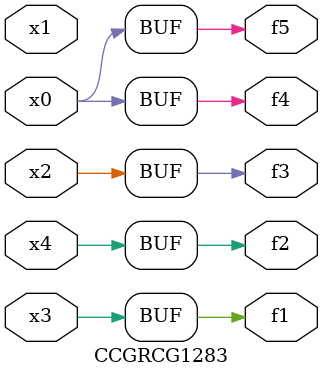
<source format=v>
module CCGRCG1283(
	input x0, x1, x2, x3, x4,
	output f1, f2, f3, f4, f5
);
	assign f1 = x3;
	assign f2 = x4;
	assign f3 = x2;
	assign f4 = x0;
	assign f5 = x0;
endmodule

</source>
